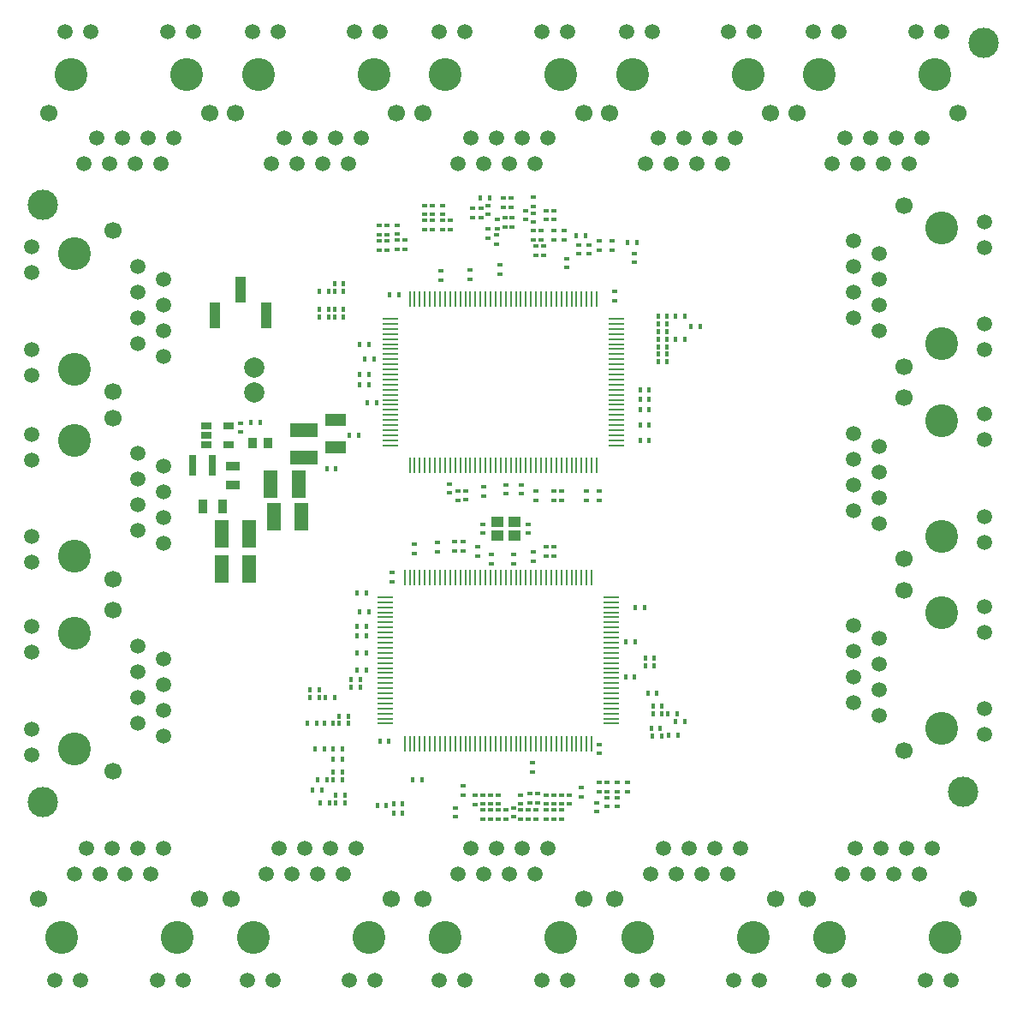
<source format=gts>
G04 #@! TF.FileFunction,Soldermask,Top*
%FSLAX46Y46*%
G04 Gerber Fmt 4.6, Leading zero omitted, Abs format (unit mm)*
G04 Created by KiCad (PCBNEW 4.0.2+e4-6225~38~ubuntu14.04.1-stable) date Thu 11 Aug 2016 08:52:07 PM PDT*
%MOMM*%
G01*
G04 APERTURE LIST*
%ADD10C,0.150000*%
%ADD11R,0.400000X0.600000*%
%ADD12R,1.397000X0.889000*%
%ADD13C,3.000000*%
%ADD14R,1.200000X1.100000*%
%ADD15R,0.889000X1.397000*%
%ADD16R,1.000000X0.700000*%
%ADD17C,1.500000*%
%ADD18C,3.250000*%
%ADD19C,1.700000*%
%ADD20R,0.800000X2.000000*%
%ADD21R,0.280000X1.500000*%
%ADD22R,1.500000X0.280000*%
%ADD23R,0.899160X1.000760*%
%ADD24R,2.700000X1.350000*%
%ADD25R,1.350000X2.700000*%
%ADD26R,2.000000X1.250000*%
%ADD27C,2.000000*%
%ADD28R,0.600000X0.400000*%
%ADD29R,1.000000X2.540000*%
G04 APERTURE END LIST*
D10*
D11*
X118225000Y-83525000D03*
X117325000Y-83525000D03*
D12*
X108750000Y-100797500D03*
X108750000Y-102702500D03*
D13*
X90000000Y-134000000D03*
X90000000Y-75000000D03*
X181000000Y-133000000D03*
X183000000Y-59000000D03*
D14*
X134900000Y-107700000D03*
X136600000Y-107700000D03*
X134900000Y-106300000D03*
X136600000Y-106300000D03*
D15*
X105797500Y-104750000D03*
X107702500Y-104750000D03*
D16*
X106150000Y-96800000D03*
X106150000Y-97750000D03*
X106150000Y-98700000D03*
X108350000Y-98700000D03*
X108350000Y-96800040D03*
D17*
X183110000Y-108325000D03*
X183110000Y-105785000D03*
X183110000Y-98215000D03*
X183110000Y-95675000D03*
X172650000Y-106440000D03*
X172650000Y-101370000D03*
X172650000Y-103900000D03*
X172650000Y-98830000D03*
X170110000Y-105180000D03*
X170110000Y-100100000D03*
X170110000Y-102640000D03*
D18*
X178867920Y-96285000D03*
X178867920Y-107715000D03*
D19*
X175100000Y-109950000D03*
X175100000Y-94050000D03*
D17*
X170110000Y-97560000D03*
X183110000Y-89325000D03*
X183110000Y-86785000D03*
X183110000Y-79215000D03*
X183110000Y-76675000D03*
X172650000Y-87440000D03*
X172650000Y-82370000D03*
X172650000Y-84900000D03*
X172650000Y-79830000D03*
X170110000Y-86180000D03*
X170110000Y-81100000D03*
X170110000Y-83640000D03*
D18*
X178867920Y-77285000D03*
X178867920Y-88715000D03*
D19*
X175100000Y-90950000D03*
X175100000Y-75050000D03*
D17*
X170110000Y-78560000D03*
X178825000Y-57890000D03*
X176285000Y-57890000D03*
X168715000Y-57890000D03*
X166175000Y-57890000D03*
X176940000Y-68350000D03*
X171870000Y-68350000D03*
X174400000Y-68350000D03*
X169330000Y-68350000D03*
X175680000Y-70890000D03*
X170600000Y-70890000D03*
X173140000Y-70890000D03*
D18*
X166785000Y-62132080D03*
X178215000Y-62132080D03*
D19*
X180450000Y-65900000D03*
X164550000Y-65900000D03*
D17*
X168060000Y-70890000D03*
X160325000Y-57890000D03*
X157785000Y-57890000D03*
X150215000Y-57890000D03*
X147675000Y-57890000D03*
X158440000Y-68350000D03*
X153370000Y-68350000D03*
X155900000Y-68350000D03*
X150830000Y-68350000D03*
X157180000Y-70890000D03*
X152100000Y-70890000D03*
X154640000Y-70890000D03*
D18*
X148285000Y-62132080D03*
X159715000Y-62132080D03*
D19*
X161950000Y-65900000D03*
X146050000Y-65900000D03*
D17*
X149560000Y-70890000D03*
X141825000Y-57890000D03*
X139285000Y-57890000D03*
X131715000Y-57890000D03*
X129175000Y-57890000D03*
X139940000Y-68350000D03*
X134870000Y-68350000D03*
X137400000Y-68350000D03*
X132330000Y-68350000D03*
X138680000Y-70890000D03*
X133600000Y-70890000D03*
X136140000Y-70890000D03*
D18*
X129785000Y-62132080D03*
X141215000Y-62132080D03*
D19*
X143450000Y-65900000D03*
X127550000Y-65900000D03*
D17*
X131060000Y-70890000D03*
X123325000Y-57890000D03*
X120785000Y-57890000D03*
X113215000Y-57890000D03*
X110675000Y-57890000D03*
X121440000Y-68350000D03*
X116370000Y-68350000D03*
X118900000Y-68350000D03*
X113830000Y-68350000D03*
X120180000Y-70890000D03*
X115100000Y-70890000D03*
X117640000Y-70890000D03*
D18*
X111285000Y-62132080D03*
X122715000Y-62132080D03*
D19*
X124950000Y-65900000D03*
X109050000Y-65900000D03*
D17*
X112560000Y-70890000D03*
X104825000Y-57890000D03*
X102285000Y-57890000D03*
X94715000Y-57890000D03*
X92175000Y-57890000D03*
X102940000Y-68350000D03*
X97870000Y-68350000D03*
X100400000Y-68350000D03*
X95330000Y-68350000D03*
X101680000Y-70890000D03*
X96600000Y-70890000D03*
X99140000Y-70890000D03*
D18*
X92785000Y-62132080D03*
X104215000Y-62132080D03*
D19*
X106450000Y-65900000D03*
X90550000Y-65900000D03*
D17*
X94060000Y-70890000D03*
X88890000Y-79175000D03*
X88890000Y-81715000D03*
X88890000Y-89285000D03*
X88890000Y-91825000D03*
X99350000Y-81060000D03*
X99350000Y-86130000D03*
X99350000Y-83600000D03*
X99350000Y-88670000D03*
X101890000Y-82320000D03*
X101890000Y-87400000D03*
X101890000Y-84860000D03*
D18*
X93132080Y-91215000D03*
X93132080Y-79785000D03*
D19*
X96900000Y-77550000D03*
X96900000Y-93450000D03*
D17*
X101890000Y-89940000D03*
X88890000Y-97675000D03*
X88890000Y-100215000D03*
X88890000Y-107785000D03*
X88890000Y-110325000D03*
X99350000Y-99560000D03*
X99350000Y-104630000D03*
X99350000Y-102100000D03*
X99350000Y-107170000D03*
X101890000Y-100820000D03*
X101890000Y-105900000D03*
X101890000Y-103360000D03*
D18*
X93132080Y-109715000D03*
X93132080Y-98285000D03*
D19*
X96900000Y-96050000D03*
X96900000Y-111950000D03*
D17*
X101890000Y-108440000D03*
X88890000Y-116675000D03*
X88890000Y-119215000D03*
X88890000Y-126785000D03*
X88890000Y-129325000D03*
X99350000Y-118560000D03*
X99350000Y-123630000D03*
X99350000Y-121100000D03*
X99350000Y-126170000D03*
X101890000Y-119820000D03*
X101890000Y-124900000D03*
X101890000Y-122360000D03*
D18*
X93132080Y-128715000D03*
X93132080Y-117285000D03*
D19*
X96900000Y-115050000D03*
X96900000Y-130950000D03*
D17*
X101890000Y-127440000D03*
X91175000Y-151610000D03*
X93715000Y-151610000D03*
X101285000Y-151610000D03*
X103825000Y-151610000D03*
X93060000Y-141150000D03*
X98130000Y-141150000D03*
X95600000Y-141150000D03*
X100670000Y-141150000D03*
X94320000Y-138610000D03*
X99400000Y-138610000D03*
X96860000Y-138610000D03*
D18*
X103215000Y-147367920D03*
X91785000Y-147367920D03*
D19*
X89550000Y-143600000D03*
X105450000Y-143600000D03*
D17*
X101940000Y-138610000D03*
X110175000Y-151610000D03*
X112715000Y-151610000D03*
X120285000Y-151610000D03*
X122825000Y-151610000D03*
X112060000Y-141150000D03*
X117130000Y-141150000D03*
X114600000Y-141150000D03*
X119670000Y-141150000D03*
X113320000Y-138610000D03*
X118400000Y-138610000D03*
X115860000Y-138610000D03*
D18*
X122215000Y-147367920D03*
X110785000Y-147367920D03*
D19*
X108550000Y-143600000D03*
X124450000Y-143600000D03*
D17*
X120940000Y-138610000D03*
X129175000Y-151610000D03*
X131715000Y-151610000D03*
X139285000Y-151610000D03*
X141825000Y-151610000D03*
X131060000Y-141150000D03*
X136130000Y-141150000D03*
X133600000Y-141150000D03*
X138670000Y-141150000D03*
X132320000Y-138610000D03*
X137400000Y-138610000D03*
X134860000Y-138610000D03*
D18*
X141215000Y-147367920D03*
X129785000Y-147367920D03*
D19*
X127550000Y-143600000D03*
X143450000Y-143600000D03*
D17*
X139940000Y-138610000D03*
X148175000Y-151610000D03*
X150715000Y-151610000D03*
X158285000Y-151610000D03*
X160825000Y-151610000D03*
X150060000Y-141150000D03*
X155130000Y-141150000D03*
X152600000Y-141150000D03*
X157670000Y-141150000D03*
X151320000Y-138610000D03*
X156400000Y-138610000D03*
X153860000Y-138610000D03*
D18*
X160215000Y-147367920D03*
X148785000Y-147367920D03*
D19*
X146550000Y-143600000D03*
X162450000Y-143600000D03*
D17*
X158940000Y-138610000D03*
X167175000Y-151610000D03*
X169715000Y-151610000D03*
X177285000Y-151610000D03*
X179825000Y-151610000D03*
X169060000Y-141150000D03*
X174130000Y-141150000D03*
X171600000Y-141150000D03*
X176670000Y-141150000D03*
X170320000Y-138610000D03*
X175400000Y-138610000D03*
X172860000Y-138610000D03*
D18*
X179215000Y-147367920D03*
X167785000Y-147367920D03*
D19*
X165550000Y-143600000D03*
X181450000Y-143600000D03*
D17*
X177940000Y-138610000D03*
X183110000Y-127325000D03*
X183110000Y-124785000D03*
X183110000Y-117215000D03*
X183110000Y-114675000D03*
X172650000Y-125440000D03*
X172650000Y-120370000D03*
X172650000Y-122900000D03*
X172650000Y-117830000D03*
X170110000Y-124180000D03*
X170110000Y-119100000D03*
X170110000Y-121640000D03*
D18*
X178867920Y-115285000D03*
X178867920Y-126715000D03*
D19*
X175100000Y-128950000D03*
X175100000Y-113050000D03*
D17*
X170110000Y-116560000D03*
D20*
X106750000Y-100750000D03*
X104750000Y-100750000D03*
D21*
X144750000Y-84300000D03*
X144250000Y-84300000D03*
X143750000Y-84300000D03*
X143250000Y-84300000D03*
X142750000Y-84300000D03*
X142250000Y-84300000D03*
X141750000Y-84300000D03*
X141250000Y-84300000D03*
X140750000Y-84300000D03*
X140250000Y-84300000D03*
X139750000Y-84300000D03*
X139250000Y-84300000D03*
X138750000Y-84300000D03*
X138250000Y-84300000D03*
X137750000Y-84300000D03*
X137250000Y-84300000D03*
X136750000Y-84300000D03*
X136250000Y-84300000D03*
X135750000Y-84300000D03*
X135250000Y-84300000D03*
X134750000Y-84300000D03*
X134250000Y-84300000D03*
X133750000Y-84300000D03*
X133250000Y-84300000D03*
X132750000Y-84300000D03*
X132250000Y-84300000D03*
X131750000Y-84300000D03*
X131250000Y-84300000D03*
X130750000Y-84300000D03*
X130250000Y-84300000D03*
X129750000Y-84300000D03*
X129250000Y-84300000D03*
X128750000Y-84300000D03*
X128250000Y-84300000D03*
X127750000Y-84300000D03*
X127250000Y-84300000D03*
X126750000Y-84300000D03*
X126250000Y-84300000D03*
D22*
X124300000Y-86250000D03*
X124300000Y-86750000D03*
X124300000Y-87250000D03*
X124300000Y-87750000D03*
X124300000Y-88250000D03*
X124300000Y-88750000D03*
X124300000Y-89250000D03*
X124300000Y-89750000D03*
X124300000Y-90250000D03*
X124300000Y-90750000D03*
X124300000Y-91250000D03*
X124300000Y-91750000D03*
X124300000Y-92250000D03*
X124300000Y-92750000D03*
X124300000Y-93250000D03*
X124300000Y-93750000D03*
X124300000Y-94250000D03*
X124300000Y-94750000D03*
X124300000Y-95250000D03*
X124300000Y-95750000D03*
X124300000Y-96250000D03*
X124300000Y-96750000D03*
X124300000Y-97250000D03*
X124300000Y-97750000D03*
X124300000Y-98250000D03*
X124300000Y-98750000D03*
D21*
X126250000Y-100700000D03*
X126750000Y-100700000D03*
X127250000Y-100700000D03*
X127750000Y-100700000D03*
X128250000Y-100700000D03*
X128750000Y-100700000D03*
X129250000Y-100700000D03*
X129750000Y-100700000D03*
X130250000Y-100700000D03*
X130750000Y-100700000D03*
X131250000Y-100700000D03*
X131750000Y-100700000D03*
X132250000Y-100700000D03*
X132750000Y-100700000D03*
X133250000Y-100700000D03*
X133750000Y-100700000D03*
X134250000Y-100700000D03*
X134750000Y-100700000D03*
X135250000Y-100700000D03*
X135750000Y-100700000D03*
X136250000Y-100700000D03*
X136750000Y-100700000D03*
X137250000Y-100700000D03*
X137750000Y-100700000D03*
X138250000Y-100700000D03*
X138750000Y-100700000D03*
X139250000Y-100700000D03*
X139750000Y-100700000D03*
X140250000Y-100700000D03*
X140750000Y-100700000D03*
X141250000Y-100700000D03*
X141750000Y-100700000D03*
X142250000Y-100700000D03*
X142750000Y-100700000D03*
X143250000Y-100700000D03*
X143750000Y-100700000D03*
X144250000Y-100700000D03*
X144750000Y-100700000D03*
D22*
X146700000Y-98750000D03*
X146700000Y-98250000D03*
X146700000Y-97750000D03*
X146700000Y-97250000D03*
X146700000Y-96750000D03*
X146700000Y-96250000D03*
X146700000Y-95750000D03*
X146700000Y-95250000D03*
X146700000Y-94750000D03*
X146700000Y-94250000D03*
X146700000Y-93750000D03*
X146700000Y-93250000D03*
X146700000Y-92750000D03*
X146700000Y-92250000D03*
X146700000Y-91750000D03*
X146700000Y-91250000D03*
X146700000Y-90750000D03*
X146700000Y-90250000D03*
X146700000Y-89750000D03*
X146700000Y-89250000D03*
X146700000Y-88750000D03*
X146700000Y-88250000D03*
X146700000Y-87750000D03*
X146700000Y-87250000D03*
X146700000Y-86750000D03*
X146700000Y-86250000D03*
D21*
X125750000Y-128200000D03*
X126250000Y-128200000D03*
X126750000Y-128200000D03*
X127250000Y-128200000D03*
X127750000Y-128200000D03*
X128250000Y-128200000D03*
X128750000Y-128200000D03*
X129250000Y-128200000D03*
X129750000Y-128200000D03*
X130250000Y-128200000D03*
X130750000Y-128200000D03*
X131250000Y-128200000D03*
X131750000Y-128200000D03*
X132250000Y-128200000D03*
X132750000Y-128200000D03*
X133250000Y-128200000D03*
X133750000Y-128200000D03*
X134250000Y-128200000D03*
X134750000Y-128200000D03*
X135250000Y-128200000D03*
X135750000Y-128200000D03*
X136250000Y-128200000D03*
X136750000Y-128200000D03*
X137250000Y-128200000D03*
X137750000Y-128200000D03*
X138250000Y-128200000D03*
X138750000Y-128200000D03*
X139250000Y-128200000D03*
X139750000Y-128200000D03*
X140250000Y-128200000D03*
X140750000Y-128200000D03*
X141250000Y-128200000D03*
X141750000Y-128200000D03*
X142250000Y-128200000D03*
X142750000Y-128200000D03*
X143250000Y-128200000D03*
X143750000Y-128200000D03*
X144250000Y-128200000D03*
D22*
X146200000Y-126250000D03*
X146200000Y-125750000D03*
X146200000Y-125250000D03*
X146200000Y-124750000D03*
X146200000Y-124250000D03*
X146200000Y-123750000D03*
X146200000Y-123250000D03*
X146200000Y-122750000D03*
X146200000Y-122250000D03*
X146200000Y-121750000D03*
X146200000Y-121250000D03*
X146200000Y-120750000D03*
X146200000Y-120250000D03*
X146200000Y-119750000D03*
X146200000Y-119250000D03*
X146200000Y-118750000D03*
X146200000Y-118250000D03*
X146200000Y-117750000D03*
X146200000Y-117250000D03*
X146200000Y-116750000D03*
X146200000Y-116250000D03*
X146200000Y-115750000D03*
X146200000Y-115250000D03*
X146200000Y-114750000D03*
X146200000Y-114250000D03*
X146200000Y-113750000D03*
D21*
X144250000Y-111800000D03*
X143750000Y-111800000D03*
X143250000Y-111800000D03*
X142750000Y-111800000D03*
X142250000Y-111800000D03*
X141750000Y-111800000D03*
X141250000Y-111800000D03*
X140750000Y-111800000D03*
X140250000Y-111800000D03*
X139750000Y-111800000D03*
X139250000Y-111800000D03*
X138750000Y-111800000D03*
X138250000Y-111800000D03*
X137750000Y-111800000D03*
X137250000Y-111800000D03*
X136750000Y-111800000D03*
X136250000Y-111800000D03*
X135750000Y-111800000D03*
X135250000Y-111800000D03*
X134750000Y-111800000D03*
X134250000Y-111800000D03*
X133750000Y-111800000D03*
X133250000Y-111800000D03*
X132750000Y-111800000D03*
X132250000Y-111800000D03*
X131750000Y-111800000D03*
X131250000Y-111800000D03*
X130750000Y-111800000D03*
X130250000Y-111800000D03*
X129750000Y-111800000D03*
X129250000Y-111800000D03*
X128750000Y-111800000D03*
X128250000Y-111800000D03*
X127750000Y-111800000D03*
X127250000Y-111800000D03*
X126750000Y-111800000D03*
X126250000Y-111800000D03*
X125750000Y-111800000D03*
D22*
X123800000Y-113750000D03*
X123800000Y-114250000D03*
X123800000Y-114750000D03*
X123800000Y-115250000D03*
X123800000Y-115750000D03*
X123800000Y-116250000D03*
X123800000Y-116750000D03*
X123800000Y-117250000D03*
X123800000Y-117750000D03*
X123800000Y-118250000D03*
X123800000Y-118750000D03*
X123800000Y-119250000D03*
X123800000Y-119750000D03*
X123800000Y-120250000D03*
X123800000Y-120750000D03*
X123800000Y-121250000D03*
X123800000Y-121750000D03*
X123800000Y-122250000D03*
X123800000Y-122750000D03*
X123800000Y-123250000D03*
X123800000Y-123750000D03*
X123800000Y-124250000D03*
X123800000Y-124750000D03*
X123800000Y-125250000D03*
X123800000Y-125750000D03*
X123800000Y-126250000D03*
D23*
X110748160Y-98500000D03*
X112251840Y-98500000D03*
D24*
X115800000Y-97225000D03*
X115800000Y-99975000D03*
D25*
X112525000Y-102600000D03*
X115275000Y-102600000D03*
X110375000Y-111000000D03*
X107625000Y-111000000D03*
X112825000Y-105800000D03*
X115575000Y-105800000D03*
X110375000Y-107500000D03*
X107625000Y-107500000D03*
D26*
X118900000Y-96225000D03*
X118900000Y-98975000D03*
D27*
X110900000Y-93550000D03*
X110900000Y-91050000D03*
D11*
X151850000Y-127400000D03*
X152750000Y-127400000D03*
X151800000Y-125250000D03*
X152700000Y-125250000D03*
X153450000Y-126000000D03*
X152550000Y-126000000D03*
D28*
X145750000Y-133550000D03*
X145750000Y-134450000D03*
X146750000Y-133550000D03*
X146750000Y-134450000D03*
X144750000Y-134950000D03*
X144750000Y-134050000D03*
X140500000Y-134800000D03*
X140500000Y-135700000D03*
X141250000Y-134800000D03*
X141250000Y-135700000D03*
X139750000Y-134800000D03*
X139750000Y-135700000D03*
X137250000Y-134800000D03*
X137250000Y-135700000D03*
X138000000Y-134800000D03*
X138000000Y-135700000D03*
X138750000Y-134800000D03*
X138750000Y-135700000D03*
X133500000Y-134800000D03*
X133500000Y-135700000D03*
X134250000Y-134800000D03*
X134250000Y-135700000D03*
X135000000Y-134800000D03*
X135000000Y-135700000D03*
D11*
X118306000Y-134112000D03*
X117406000Y-134112000D03*
X123950000Y-134300000D03*
X123050000Y-134300000D03*
D28*
X130750000Y-135450000D03*
X130750000Y-134550000D03*
D11*
X117798000Y-128778000D03*
X116898000Y-128778000D03*
X118052000Y-131826000D03*
X117152000Y-131826000D03*
X116644000Y-132842000D03*
X117544000Y-132842000D03*
X117290000Y-123698000D03*
X116390000Y-123698000D03*
X118700000Y-126250000D03*
X117800000Y-126250000D03*
X116136000Y-126238000D03*
X117036000Y-126238000D03*
X118225000Y-86050000D03*
X117325000Y-86050000D03*
X117325000Y-85275000D03*
X118225000Y-85275000D03*
D28*
X125050000Y-77900000D03*
X125050000Y-77000000D03*
X123250000Y-77950000D03*
X123250000Y-77050000D03*
X124000000Y-77050000D03*
X124000000Y-77950000D03*
X129500000Y-75950000D03*
X129500000Y-75050000D03*
X128500000Y-75950000D03*
X128500000Y-75050000D03*
X127750000Y-75950000D03*
X127750000Y-75050000D03*
X134900000Y-77350000D03*
X134900000Y-76450000D03*
X134000000Y-75950000D03*
X134000000Y-75050000D03*
D11*
X133250000Y-74300000D03*
X134150000Y-74300000D03*
D28*
X138500000Y-75150000D03*
X138500000Y-74250000D03*
X135500000Y-75200000D03*
X135500000Y-74300000D03*
X136250000Y-75200000D03*
X136250000Y-74300000D03*
X139750000Y-76450000D03*
X139750000Y-75550000D03*
X139250000Y-78450000D03*
X139250000Y-77550000D03*
X140500000Y-75550000D03*
X140500000Y-76450000D03*
D11*
X147800000Y-78750000D03*
X148700000Y-78750000D03*
X143650000Y-78000000D03*
X142750000Y-78000000D03*
D28*
X148500000Y-80700000D03*
X148500000Y-79800000D03*
D11*
X121200000Y-97750000D03*
X120300000Y-97750000D03*
D28*
X133500000Y-107450000D03*
X133500000Y-106550000D03*
X138000000Y-107450000D03*
X138000000Y-106550000D03*
D11*
X122200000Y-92750000D03*
X121300000Y-92750000D03*
D28*
X146500000Y-84450000D03*
X146500000Y-83550000D03*
X130200000Y-102550000D03*
X130200000Y-103450000D03*
X141750000Y-81200000D03*
X141750000Y-80300000D03*
X133600000Y-102850000D03*
X133600000Y-103750000D03*
X138500000Y-78450000D03*
X138500000Y-77550000D03*
X137300000Y-102650000D03*
X137300000Y-103550000D03*
X135200000Y-81850000D03*
X135200000Y-80950000D03*
X141250000Y-103300000D03*
X141250000Y-104200000D03*
X132200000Y-82350000D03*
X132200000Y-81450000D03*
D11*
X149050000Y-96750000D03*
X149950000Y-96750000D03*
D28*
X129300000Y-82400000D03*
X129300000Y-81500000D03*
D11*
X149050000Y-93250000D03*
X149950000Y-93250000D03*
X125150000Y-83900000D03*
X124250000Y-83900000D03*
X150800000Y-90500000D03*
X151700000Y-90500000D03*
X122200000Y-88750000D03*
X121300000Y-88750000D03*
X150800000Y-89000000D03*
X151700000Y-89000000D03*
X149550000Y-119750000D03*
X150450000Y-119750000D03*
X124200000Y-128000000D03*
X123300000Y-128000000D03*
D28*
X140500000Y-109700000D03*
X140500000Y-108800000D03*
D11*
X127450000Y-131826000D03*
X126550000Y-131826000D03*
D28*
X136500000Y-110450000D03*
X136500000Y-109550000D03*
X131572000Y-132392000D03*
X131572000Y-133292000D03*
X133000000Y-109700000D03*
X133000000Y-108800000D03*
X135750000Y-134800000D03*
X135750000Y-135700000D03*
X129000000Y-109250000D03*
X129000000Y-108350000D03*
X138430000Y-130106000D03*
X138430000Y-131006000D03*
D11*
X122200000Y-115200000D03*
X121300000Y-115200000D03*
D28*
X143200000Y-132550000D03*
X143200000Y-133450000D03*
D11*
X121950000Y-119250000D03*
X121050000Y-119250000D03*
D28*
X145000000Y-128300000D03*
X145000000Y-129200000D03*
D11*
X121950000Y-121000000D03*
X121050000Y-121000000D03*
X149800000Y-123250000D03*
X150700000Y-123250000D03*
X148550000Y-114750000D03*
X149450000Y-114750000D03*
X121354000Y-122682000D03*
X120454000Y-122682000D03*
X154950000Y-87000000D03*
X154050000Y-87000000D03*
X152550000Y-86000000D03*
X153450000Y-86000000D03*
X152550000Y-88250000D03*
X153450000Y-88250000D03*
X151700000Y-88250000D03*
X150800000Y-88250000D03*
X150800000Y-87500000D03*
X151700000Y-87500000D03*
X151700000Y-86000000D03*
X150800000Y-86000000D03*
X150800000Y-86750000D03*
X151700000Y-86750000D03*
X118950000Y-101100000D03*
X118050000Y-101100000D03*
X149050000Y-95250000D03*
X149950000Y-95250000D03*
X150800000Y-89750000D03*
X151700000Y-89750000D03*
X110550000Y-96500000D03*
X111450000Y-96500000D03*
X121354000Y-121920000D03*
X120454000Y-121920000D03*
D28*
X109500000Y-97450000D03*
X109500000Y-96550000D03*
X144000000Y-79850000D03*
X144000000Y-78950000D03*
X143000000Y-78950000D03*
X143000000Y-79850000D03*
X145000000Y-79450000D03*
X145000000Y-78550000D03*
X146250000Y-78550000D03*
X146250000Y-79450000D03*
X131000000Y-103300000D03*
X131000000Y-104200000D03*
D11*
X149550000Y-120500000D03*
X150450000Y-120500000D03*
D28*
X131800000Y-103250000D03*
X131800000Y-104150000D03*
X124500000Y-111300000D03*
X124500000Y-112200000D03*
X135800000Y-102650000D03*
X135800000Y-103550000D03*
D11*
X122200000Y-91750000D03*
X121300000Y-91750000D03*
D28*
X138750000Y-103300000D03*
X138750000Y-104200000D03*
X145000000Y-103300000D03*
X145000000Y-104200000D03*
X140500000Y-103300000D03*
X140500000Y-104200000D03*
X143750000Y-103300000D03*
X143750000Y-104200000D03*
D11*
X149050000Y-98250000D03*
X149950000Y-98250000D03*
D28*
X139500000Y-79950000D03*
X139500000Y-79050000D03*
X138700000Y-79050000D03*
X138700000Y-79950000D03*
X140500000Y-78450000D03*
X140500000Y-77550000D03*
X141500000Y-77550000D03*
X141500000Y-78450000D03*
X136400000Y-77150000D03*
X136400000Y-76250000D03*
X135650000Y-76250000D03*
X135650000Y-77150000D03*
X137750000Y-76450000D03*
X137750000Y-75550000D03*
X138500000Y-75800000D03*
X138500000Y-76700000D03*
X133300000Y-76250000D03*
X133300000Y-75350000D03*
X132500000Y-75350000D03*
X132500000Y-76250000D03*
X134000000Y-78250000D03*
X134000000Y-77350000D03*
X134800000Y-77950000D03*
X134800000Y-78850000D03*
X128500000Y-77450000D03*
X128500000Y-76550000D03*
X127750000Y-76550000D03*
X127750000Y-77450000D03*
X129500000Y-77450000D03*
X129500000Y-76550000D03*
X130250000Y-76550000D03*
X130250000Y-77450000D03*
X124000000Y-79450000D03*
X124000000Y-78550000D03*
X123250000Y-78550000D03*
X123250000Y-79450000D03*
X125050000Y-79350000D03*
X125050000Y-78450000D03*
X125800000Y-78450000D03*
X125800000Y-79350000D03*
D11*
X119700000Y-85275000D03*
X118800000Y-85275000D03*
X118800000Y-86050000D03*
X119700000Y-86050000D03*
X119700000Y-83525000D03*
X118800000Y-83525000D03*
X118800000Y-82750000D03*
X119700000Y-82750000D03*
X120200000Y-125500000D03*
X119300000Y-125500000D03*
X119300000Y-126250000D03*
X120200000Y-126250000D03*
X118814000Y-123698000D03*
X117914000Y-123698000D03*
X116390000Y-122936000D03*
X117290000Y-122936000D03*
D28*
X139750000Y-109700000D03*
X139750000Y-108800000D03*
X138500000Y-110200000D03*
X138500000Y-109300000D03*
X134300000Y-110450000D03*
X134300000Y-109550000D03*
X131500000Y-109200000D03*
X131500000Y-108300000D03*
X130700000Y-109150000D03*
X130700000Y-108250000D03*
X126750000Y-109450000D03*
X126750000Y-108550000D03*
D11*
X121950000Y-113350000D03*
X121050000Y-113350000D03*
X121950000Y-116650000D03*
X121050000Y-116650000D03*
X119576000Y-131064000D03*
X118676000Y-131064000D03*
X118676000Y-131826000D03*
X119576000Y-131826000D03*
X119576000Y-129794000D03*
X118676000Y-129794000D03*
X118676000Y-128778000D03*
X119576000Y-128778000D03*
X125550000Y-134200000D03*
X124650000Y-134200000D03*
X124650000Y-135100000D03*
X125550000Y-135100000D03*
X119830000Y-134112000D03*
X118930000Y-134112000D03*
X118930000Y-133350000D03*
X119830000Y-133350000D03*
D28*
X134250000Y-133300000D03*
X134250000Y-134200000D03*
X135000000Y-134200000D03*
X135000000Y-133300000D03*
X133500000Y-133300000D03*
X133500000Y-134200000D03*
X132700000Y-134250000D03*
X132700000Y-133350000D03*
X138176000Y-133154000D03*
X138176000Y-134054000D03*
X138938000Y-134054000D03*
X138938000Y-133154000D03*
X137250000Y-133300000D03*
X137250000Y-134200000D03*
X136500000Y-135450000D03*
X136500000Y-134550000D03*
X141250000Y-133300000D03*
X141250000Y-134200000D03*
X142000000Y-134200000D03*
X142000000Y-133300000D03*
X140500000Y-133300000D03*
X140500000Y-134200000D03*
X139750000Y-134200000D03*
X139750000Y-133300000D03*
X146750000Y-132050000D03*
X146750000Y-132950000D03*
X147750000Y-132950000D03*
X147750000Y-132050000D03*
X145750000Y-132050000D03*
X145750000Y-132950000D03*
X145000000Y-132950000D03*
X145000000Y-132050000D03*
D11*
X150300000Y-125250000D03*
X151200000Y-125250000D03*
X151200000Y-124500000D03*
X150300000Y-124500000D03*
X150150000Y-126700000D03*
X151050000Y-126700000D03*
X151150000Y-127500000D03*
X150250000Y-127500000D03*
X121050000Y-117550000D03*
X121950000Y-117550000D03*
X148500000Y-121650000D03*
X147600000Y-121650000D03*
X148550000Y-118200000D03*
X147650000Y-118200000D03*
X149950000Y-94200000D03*
X149050000Y-94200000D03*
X121800000Y-90250000D03*
X122700000Y-90250000D03*
X122050000Y-94550000D03*
X122950000Y-94550000D03*
D29*
X107010000Y-85920000D03*
X109550000Y-83380000D03*
X112090000Y-85920000D03*
M02*

</source>
